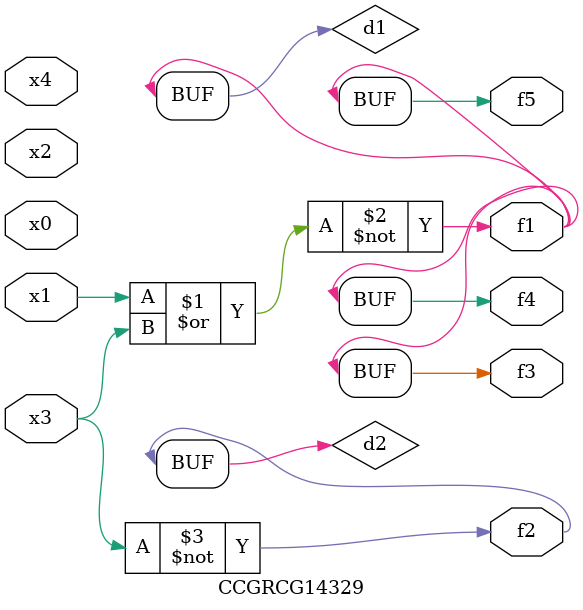
<source format=v>
module CCGRCG14329(
	input x0, x1, x2, x3, x4,
	output f1, f2, f3, f4, f5
);

	wire d1, d2;

	nor (d1, x1, x3);
	not (d2, x3);
	assign f1 = d1;
	assign f2 = d2;
	assign f3 = d1;
	assign f4 = d1;
	assign f5 = d1;
endmodule

</source>
